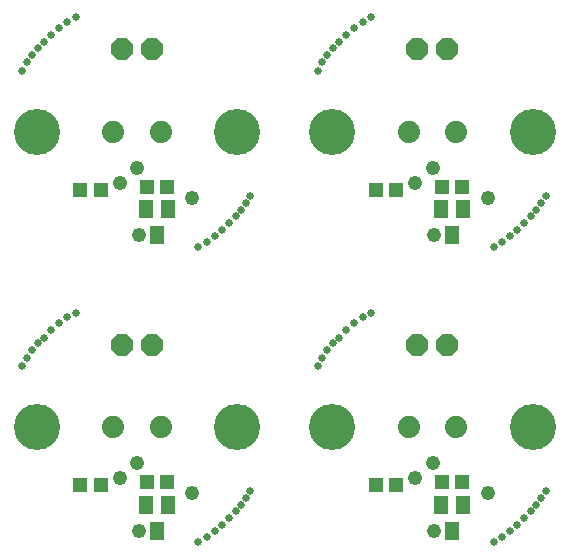
<source format=gbs>
G75*
%MOIN*%
%OFA0B0*%
%FSLAX25Y25*%
%IPPOS*%
%LPD*%
%AMOC8*
5,1,8,0,0,1.08239X$1,22.5*
%
%ADD10C,0.15367*%
%ADD11C,0.02572*%
%ADD12R,0.04737X0.06312*%
%ADD13R,0.04737X0.05131*%
%ADD14C,0.07400*%
%ADD15OC8,0.07400*%
%ADD16C,0.04762*%
D10*
X0016748Y0050213D03*
X0083677Y0050213D03*
X0115173Y0050213D03*
X0182102Y0050213D03*
X0182102Y0148638D03*
X0115173Y0148638D03*
X0083677Y0148638D03*
X0016748Y0148638D03*
D11*
X0012024Y0169110D03*
X0013598Y0171866D03*
X0015173Y0174228D03*
X0017142Y0176591D03*
X0019110Y0178559D03*
X0021472Y0180921D03*
X0024228Y0183283D03*
X0026984Y0185252D03*
X0029740Y0186827D03*
X0088008Y0127378D03*
X0086433Y0125016D03*
X0084858Y0122654D03*
X0083283Y0120685D03*
X0080921Y0118323D03*
X0078559Y0115961D03*
X0076197Y0113992D03*
X0073441Y0112024D03*
X0070685Y0110449D03*
X0110449Y0070685D03*
X0112024Y0073441D03*
X0113598Y0075803D03*
X0115567Y0078165D03*
X0117535Y0080134D03*
X0119898Y0082496D03*
X0122654Y0084858D03*
X0125409Y0086827D03*
X0128165Y0088402D03*
X0169110Y0110449D03*
X0171866Y0112024D03*
X0174622Y0113992D03*
X0176984Y0115961D03*
X0179346Y0118323D03*
X0181709Y0120685D03*
X0183283Y0122654D03*
X0184858Y0125016D03*
X0186433Y0127378D03*
X0128165Y0186827D03*
X0125409Y0185252D03*
X0122654Y0183283D03*
X0119898Y0180921D03*
X0117535Y0178559D03*
X0115567Y0176591D03*
X0113598Y0174228D03*
X0112024Y0171866D03*
X0110449Y0169110D03*
X0029740Y0088402D03*
X0026984Y0086827D03*
X0024228Y0084858D03*
X0021472Y0082496D03*
X0019110Y0080134D03*
X0017142Y0078165D03*
X0015173Y0075803D03*
X0013598Y0073441D03*
X0012024Y0070685D03*
X0070685Y0012024D03*
X0073441Y0013598D03*
X0076197Y0015567D03*
X0078559Y0017535D03*
X0080921Y0019898D03*
X0083283Y0022260D03*
X0084858Y0024228D03*
X0086433Y0026591D03*
X0088008Y0028953D03*
X0169110Y0012024D03*
X0171866Y0013598D03*
X0174622Y0015567D03*
X0176984Y0017535D03*
X0179346Y0019898D03*
X0181709Y0022260D03*
X0183283Y0024228D03*
X0184858Y0026591D03*
X0186433Y0028953D03*
D12*
X0158982Y0024419D03*
X0151502Y0024419D03*
X0155242Y0015757D03*
X0060557Y0024419D03*
X0053077Y0024419D03*
X0056817Y0015757D03*
X0056817Y0114183D03*
X0060557Y0122844D03*
X0053077Y0122844D03*
X0151502Y0122844D03*
X0158982Y0122844D03*
X0155242Y0114183D03*
D13*
X0031372Y0031036D03*
X0038065Y0031036D03*
X0053521Y0031924D03*
X0060214Y0031924D03*
X0129797Y0031036D03*
X0136490Y0031036D03*
X0151946Y0031924D03*
X0158639Y0031924D03*
X0158639Y0130350D03*
X0151946Y0130350D03*
X0136490Y0129461D03*
X0129797Y0129461D03*
X0060214Y0130350D03*
X0053521Y0130350D03*
X0038065Y0129461D03*
X0031372Y0129461D03*
D14*
X0042339Y0148638D03*
X0058087Y0148638D03*
X0140764Y0148638D03*
X0156512Y0148638D03*
X0156512Y0050213D03*
X0140764Y0050213D03*
X0058087Y0050213D03*
X0042339Y0050213D03*
D15*
X0045213Y0077772D03*
X0055213Y0077772D03*
X0143638Y0077772D03*
X0153638Y0077772D03*
X0153638Y0176197D03*
X0143638Y0176197D03*
X0055213Y0176197D03*
X0045213Y0176197D03*
D16*
X0050340Y0136573D03*
X0044498Y0131620D03*
X0050848Y0114221D03*
X0068628Y0126667D03*
X0142923Y0131620D03*
X0148765Y0136573D03*
X0167053Y0126667D03*
X0149273Y0114221D03*
X0148765Y0038148D03*
X0142923Y0033195D03*
X0149273Y0015796D03*
X0167053Y0028242D03*
X0068628Y0028242D03*
X0050340Y0038148D03*
X0044498Y0033195D03*
X0050848Y0015796D03*
M02*

</source>
